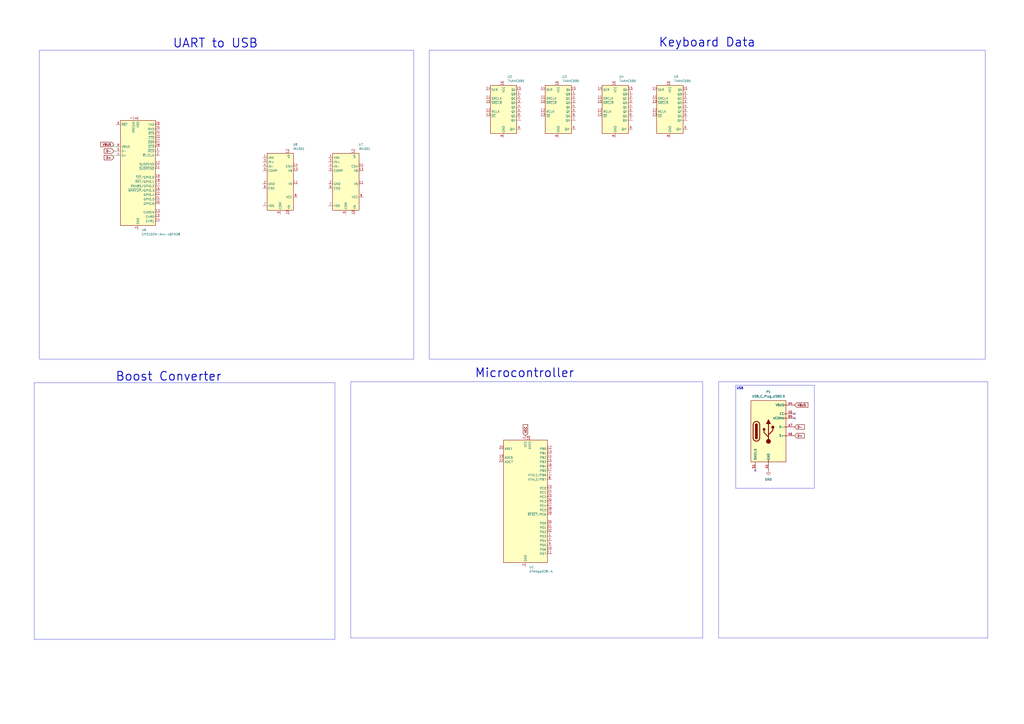
<source format=kicad_sch>
(kicad_sch (version 20231120) (generator "eeschema") (generator_version "8.0")
  (paper "A2")
  (lib_symbols
    (symbol "74xx:74AHC595"
      (property "Reference" "U" (at -7.62 13.97 0))
      (property "Value" "74AHC595" (at -7.62 -16.51 0))
      (symbol "74AHC595_1_0"
        (pin tri_state line (at 10.16 7.62 180) (length 2.54) (name "QB") (number "1"))
        (pin input line (at -10.16 2.54 0) (length 2.54) (name "~{SRCLR}") (number "10"))
        (pin input line (at -10.16 5.08 0) (length 2.54) (name "SRCLK") (number "11"))
        (pin input line (at -10.16 -2.54 0) (length 2.54) (name "RCLK") (number "12"))
        (pin input line (at -10.16 -5.08 0) (length 2.54) (name "~{OE}") (number "13"))
        (pin input line (at -10.16 10.16 0) (length 2.54) (name "SER") (number "14"))
        (pin tri_state line (at 10.16 10.16 180) (length 2.54) (name "QA") (number "15"))
        (pin power_in line (at 0 15.24 270) (length 2.54) (name "VCC") (number "16"))
        (pin tri_state line (at 10.16 5.08 180) (length 2.54) (name "QC") (number "2"))
        (pin tri_state line (at 10.16 2.54 180) (length 2.54) (name "QD") (number "3"))
        (pin tri_state line (at 10.16 0 180) (length 2.54) (name "QE") (number "4"))
        (pin tri_state line (at 10.16 -2.54 180) (length 2.54) (name "QF") (number "5"))
        (pin tri_state line (at 10.16 -5.08 180) (length 2.54) (name "QG") (number "6"))
        (pin tri_state line (at 10.16 -7.62 180) (length 2.54) (name "QH") (number "7"))
        (pin power_in line (at 0 -17.78 90) (length 2.54) (name "GND") (number "8"))
        (pin output line (at 10.16 -12.7 180) (length 2.54) (name "QH'") (number "9"))
      )
      (symbol "74AHC595_1_1"
        (rectangle (start -7.62 12.7) (end 7.62 -15.24) (stroke (width 0.254)) (fill (type background)))
      )
    )
    (symbol "Amplifier_Audio:IR4301"
      (property "Reference" "U" (at -7.62 20.955 0))
      (property "Value" "IR4301" (at -7.62 19.05 0))
      (symbol "IR4301_0_1"
        (rectangle (start -7.62 -15.24) (end 7.62 17.78) (stroke (width 0.254)) (fill (type background)))
      )
      (symbol "IR4301_1_1"
        (pin power_in line (at -10.16 15.24 0) (length 2.54) (name "VAA") (number "1"))
        (pin power_in line (at 5.08 -17.78 90) (length 2.54) (name "VN") (number "10"))
        (pin output line (at 10.16 0 180) (length 2.54) (name "VS") (number "11"))
        (pin power_in line (at 5.08 20.32 270) (length 2.54) (name "VP") (number "12"))
        (pin power_in line (at 10.16 7.62 180) (length 2.54) (name "VB") (number "13"))
        (pin passive line (at 10.16 10.16 180) (length 2.54) (name "CSH") (number "14"))
        (pin passive line (at 0 -17.78 90) (length 2.54) hide (name "COM") (number "15"))
        (pin power_in line (at -10.16 0 0) (length 2.54) (name "GND") (number "2"))
        (pin input line (at -10.16 12.7 0) (length 2.54) (name "IN+") (number "3"))
        (pin input line (at -10.16 10.16 0) (length 2.54) (name "IN-") (number "4"))
        (pin output line (at -10.16 7.62 0) (length 2.54) (name "COMP") (number "5"))
        (pin passive line (at -10.16 -2.54 0) (length 2.54) (name "CSD") (number "6"))
        (pin power_in line (at -10.16 -12.7 0) (length 2.54) (name "VSS") (number "7"))
        (pin power_in line (at 10.16 -7.62 180) (length 2.54) (name "VCC") (number "8"))
        (pin power_in line (at 0 -17.78 90) (length 2.54) (name "COM") (number "9"))
      )
    )
    (symbol "Connector:USB_C_Plug_USB2.0" (pin_names (offset 1.016))
      (property "Reference" "P" (at -10.16 19.05 0))
      (property "Value" "USB_C_Plug_USB2.0" (at 12.7 19.05 0))
      (symbol "USB_C_Plug_USB2.0_0_0"
        (rectangle (start -0.254 -17.78) (end 0.254 -16.764))
        (rectangle (start 10.16 -2.286) (end 9.144 -2.794))
        (rectangle (start 10.16 2.794) (end 9.144 2.286))
        (rectangle (start 10.16 7.874) (end 9.144 7.366))
        (rectangle (start 10.16 10.414) (end 9.144 9.906))
        (rectangle (start 10.16 15.494) (end 9.144 14.986))
      )
      (symbol "USB_C_Plug_USB2.0_0_1"
        (rectangle (start -10.16 17.78) (end 10.16 -17.78) (stroke (width 0.254)) (fill (type background)))
        (arc (start -8.89 -3.81) (mid -6.985 -5.7067) (end -5.08 -3.81) (stroke (width 0.508)))
        (arc (start -7.62 -3.81) (mid -6.985 -4.4423) (end -6.35 -3.81) (stroke (width 0.254)))
        (arc (start -7.62 -3.81) (mid -6.985 -4.4423) (end -6.35 -3.81) (stroke (width 0.254)) (fill (type outline)))
        (rectangle (start -7.62 -3.81) (end -6.35 3.81) (stroke (width 0.254)) (fill (type outline)))
        (arc (start -6.35 3.81) (mid -6.985 4.4423) (end -7.62 3.81) (stroke (width 0.254)))
        (arc (start -6.35 3.81) (mid -6.985 4.4423) (end -7.62 3.81) (stroke (width 0.254)) (fill (type outline)))
        (arc (start -5.08 3.81) (mid -6.985 5.7067) (end -8.89 3.81) (stroke (width 0.508)))
        (circle (center -2.54 1.143) (radius 0.635) (stroke (width 0.254)) (fill (type outline)))
        (circle (center 0 -5.842) (radius 1.27) (fill (type outline)))
        (polyline (pts (xy -8.89 -3.81) (xy -8.89 3.81)) (stroke (width 0.508)))
        (polyline (pts (xy -5.08 3.81) (xy -5.08 -3.81)) (stroke (width 0.508)))
        (polyline (pts (xy 0 -5.842) (xy 0 4.318)) (stroke (width 0.508)))
        (polyline (pts (xy 0 -3.302) (xy -2.54 -0.762) (xy -2.54 0.508)) (stroke (width 0.508)))
        (polyline (pts (xy 0 -2.032) (xy 2.54 0.508) (xy 2.54 1.778)) (stroke (width 0.508)))
        (polyline (pts (xy -1.27 4.318) (xy 0 6.858) (xy 1.27 4.318) (xy -1.27 4.318)) (stroke (width 0.254)) (fill (type outline)))
        (rectangle (start 1.905 1.778) (end 3.175 3.048) (stroke (width 0.254)) (fill (type outline)))
      )
      (symbol "USB_C_Plug_USB2.0_1_1"
        (pin passive line (at 0 -22.86 90) (length 5.08) (name "GND") (number "A1"))
        (pin passive line (at 0 -22.86 90) (length 5.08) hide (name "GND") (number "A12"))
        (pin passive line (at 15.24 15.24 180) (length 5.08) (name "VBUS") (number "A4"))
        (pin bidirectional line (at 15.24 10.16 180) (length 5.08) (name "CC") (number "A5"))
        (pin bidirectional line (at 15.24 -2.54 180) (length 5.08) (name "D+") (number "A6"))
        (pin bidirectional line (at 15.24 2.54 180) (length 5.08) (name "D-") (number "A7"))
        (pin passive line (at 15.24 15.24 180) (length 5.08) hide (name "VBUS") (number "A9"))
        (pin passive line (at 0 -22.86 90) (length 5.08) hide (name "GND") (number "B1"))
        (pin passive line (at 0 -22.86 90) (length 5.08) hide (name "GND") (number "B12"))
        (pin passive line (at 15.24 15.24 180) (length 5.08) hide (name "VBUS") (number "B4"))
        (pin bidirectional line (at 15.24 7.62 180) (length 5.08) (name "VCONN") (number "B5"))
        (pin passive line (at 15.24 15.24 180) (length 5.08) hide (name "VBUS") (number "B9"))
        (pin passive line (at -7.62 -22.86 90) (length 5.08) (name "SHIELD") (number "S1"))
      )
    )
    (symbol "Interface_USB:CP2102N-Axx-xQFN28"
      (property "Reference" "U" (at -8.89 31.75 0))
      (property "Value" "CP2102N-Axx-xQFN28" (at 12.7 31.75 0))
      (symbol "CP2102N-Axx-xQFN28_0_1"
        (rectangle (start -10.16 30.48) (end 10.16 -30.48) (stroke (width 0.254)) (fill (type background)))
      )
      (symbol "CP2102N-Axx-xQFN28_1_1"
        (pin input line (at 12.7 12.7 180) (length 2.54) (name "~{DCD}") (number "1"))
        (pin no_connect line (at -10.16 -27.94 0) (length 2.54) hide (name "NC") (number "10"))
        (pin output line (at 12.7 2.54 180) (length 2.54) (name "~{SUSPEND}") (number "11"))
        (pin output line (at 12.7 5.08 180) (length 2.54) (name "SUSPEND") (number "12"))
        (pin output line (at 12.7 -22.86 180) (length 2.54) (name "CHREN") (number "13"))
        (pin output line (at 12.7 -27.94 180) (length 2.54) (name "CHR1") (number "14"))
        (pin output line (at 12.7 -25.4 180) (length 2.54) (name "CHR0") (number "15"))
        (pin bidirectional line (at 12.7 -10.16 180) (length 2.54) (name "~{WAKEUP}/GPIO.3") (number "16"))
        (pin bidirectional line (at 12.7 -7.62 180) (length 2.54) (name "RS485/GPIO.2") (number "17"))
        (pin bidirectional line (at 12.7 -5.08 180) (length 2.54) (name "~{RXT}/GPIO.1") (number "18"))
        (pin bidirectional line (at 12.7 -2.54 180) (length 2.54) (name "~{TXT}/GPIO.0") (number "19"))
        (pin bidirectional line (at 12.7 10.16 180) (length 2.54) (name "~{RI}/CLK") (number "2"))
        (pin bidirectional line (at 12.7 -17.78 180) (length 2.54) (name "GPIO.6") (number "20"))
        (pin bidirectional line (at 12.7 -15.24 180) (length 2.54) (name "GPIO.5") (number "21"))
        (pin bidirectional line (at 12.7 -12.7 180) (length 2.54) (name "GPIO.4") (number "22"))
        (pin input line (at 12.7 20.32 180) (length 2.54) (name "~{CTS}") (number "23"))
        (pin output line (at 12.7 22.86 180) (length 2.54) (name "~{RTS}") (number "24"))
        (pin input line (at 12.7 25.4 180) (length 2.54) (name "RXD") (number "25"))
        (pin output line (at 12.7 27.94 180) (length 2.54) (name "TXD") (number "26"))
        (pin input line (at 12.7 17.78 180) (length 2.54) (name "~{DSR}") (number "27"))
        (pin output line (at 12.7 15.24 180) (length 2.54) (name "~{DTR}") (number "28"))
        (pin passive line (at 0 -33.02 90) (length 2.54) hide (name "GND") (number "29"))
        (pin power_in line (at 0 -33.02 90) (length 2.54) (name "GND") (number "3"))
        (pin bidirectional line (at -12.7 10.16 0) (length 2.54) (name "D+") (number "4"))
        (pin bidirectional line (at -12.7 12.7 0) (length 2.54) (name "D-") (number "5"))
        (pin power_in line (at 0 33.02 270) (length 2.54) (name "VDD") (number "6"))
        (pin power_in line (at -2.54 33.02 270) (length 2.54) (name "VREGIN") (number "7"))
        (pin input line (at -12.7 15.24 0) (length 2.54) (name "VBUS") (number "8"))
        (pin input line (at -12.7 27.94 0) (length 2.54) (name "~{RST}") (number "9"))
      )
    )
    (symbol "MCU_Microchip_ATmega:ATmega328-A"
      (property "Reference" "U" (at -12.7 36.83 0))
      (property "Value" "ATmega328-A" (at 2.54 -36.83 0))
      (symbol "ATmega328-A_0_1"
        (rectangle (start -12.7 -35.56) (end 12.7 35.56) (stroke (width 0.254)) (fill (type background)))
      )
      (symbol "ATmega328-A_1_1"
        (pin bidirectional line (at 15.24 -20.32 180) (length 2.54) (name "PD3") (number "1"))
        (pin bidirectional line (at 15.24 -27.94 180) (length 2.54) (name "PD6") (number "10"))
        (pin bidirectional line (at 15.24 -30.48 180) (length 2.54) (name "PD7") (number "11"))
        (pin bidirectional line (at 15.24 30.48 180) (length 2.54) (name "PB0") (number "12"))
        (pin bidirectional line (at 15.24 27.94 180) (length 2.54) (name "PB1") (number "13"))
        (pin bidirectional line (at 15.24 25.4 180) (length 2.54) (name "PB2") (number "14"))
        (pin bidirectional line (at 15.24 22.86 180) (length 2.54) (name "PB3") (number "15"))
        (pin bidirectional line (at 15.24 20.32 180) (length 2.54) (name "PB4") (number "16"))
        (pin bidirectional line (at 15.24 17.78 180) (length 2.54) (name "PB5") (number "17"))
        (pin power_in line (at 2.54 38.1 270) (length 2.54) (name "AVCC") (number "18"))
        (pin input line (at -15.24 25.4 0) (length 2.54) (name "ADC6") (number "19"))
        (pin bidirectional line (at 15.24 -22.86 180) (length 2.54) (name "PD4") (number "2"))
        (pin passive line (at -15.24 30.48 0) (length 2.54) (name "AREF") (number "20"))
        (pin passive line (at 0 -38.1 90) (length 2.54) hide (name "GND") (number "21"))
        (pin input line (at -15.24 22.86 0) (length 2.54) (name "ADC7") (number "22"))
        (pin bidirectional line (at 15.24 7.62 180) (length 2.54) (name "PC0") (number "23"))
        (pin bidirectional line (at 15.24 5.08 180) (length 2.54) (name "PC1") (number "24"))
        (pin bidirectional line (at 15.24 2.54 180) (length 2.54) (name "PC2") (number "25"))
        (pin bidirectional line (at 15.24 0 180) (length 2.54) (name "PC3") (number "26"))
        (pin bidirectional line (at 15.24 -2.54 180) (length 2.54) (name "PC4") (number "27"))
        (pin bidirectional line (at 15.24 -5.08 180) (length 2.54) (name "PC5") (number "28"))
        (pin bidirectional line (at 15.24 -7.62 180) (length 2.54) (name "~{RESET}/PC6") (number "29"))
        (pin power_in line (at 0 -38.1 90) (length 2.54) (name "GND") (number "3"))
        (pin bidirectional line (at 15.24 -12.7 180) (length 2.54) (name "PD0") (number "30"))
        (pin bidirectional line (at 15.24 -15.24 180) (length 2.54) (name "PD1") (number "31"))
        (pin bidirectional line (at 15.24 -17.78 180) (length 2.54) (name "PD2") (number "32"))
        (pin power_in line (at 0 38.1 270) (length 2.54) (name "VCC") (number "4"))
        (pin passive line (at 0 -38.1 90) (length 2.54) hide (name "GND") (number "5"))
        (pin passive line (at 0 38.1 270) (length 2.54) hide (name "VCC") (number "6"))
        (pin bidirectional line (at 15.24 15.24 180) (length 2.54) (name "XTAL1/PB6") (number "7"))
        (pin bidirectional line (at 15.24 12.7 180) (length 2.54) (name "XTAL2/PB7") (number "8"))
        (pin bidirectional line (at 15.24 -25.4 180) (length 2.54) (name "PD5") (number "9"))
      )
    )
    (symbol "power:GND" (power) (pin_numbers hide) (pin_names (offset 0) hide)
      (property "Value" "GND" (at 0 -3.81 0))
      (symbol "GND_0_1"
        (polyline (pts (xy 0 0) (xy 0 -1.27) (xy 1.27 -1.27) (xy 0 -2.54) (xy -1.27 -1.27) (xy 0 -1.27)))
      )
      (symbol "GND_1_1"
        (pin power_in line (at 0 0 270) (length 0) (name "~") (number "1"))
      )
    )
  )
  (no_connect (at 461.01 240.03))
  (no_connect (at 438.15 273.05))
  (no_connect (at 461.01 242.57))
  (wire (pts (xy 66.04 90.17) (xy 67.31 90.17)))
  (wire (pts (xy 66.04 85.09) (xy 67.31 85.09)))
  (wire (pts (xy 66.04 91.44) (xy 66.04 90.17)))
  (wire (pts (xy 66.04 87.63) (xy 67.31 87.63)))
  (wire (pts (xy 66.04 83.82) (xy 66.04 85.09)))
  (rectangle (start 203.454 221.488) (end 407.67 370.078))
  (rectangle (start 416.814 221.488) (end 573.024 370.078))
  (rectangle (start 22.86 29.21) (end 240.03 208.28))
  (rectangle (start 426.72 223.52) (end 472.44 283.21))
  (rectangle (start 19.812 221.996) (end 194.31 370.84))
  (rectangle (start 248.92 29.21) (end 571.5 208.28))
  (text "UART to USB" (at 124.968 25.146 0) (effects (font (size 5.08 5.08) (thickness 0.508) (bold yes))))
  (text "USB" (at 429.26 225.298 0) (effects (font (size 1.27 1.27) (thickness 0.254) (bold yes))))
  (text "Microcontroller" (at 304.292 216.408 0) (effects (font (size 5.08 5.08) (thickness 0.508) (bold yes))))
  (text "Boost Converter" (at 97.79 218.44 0) (effects (font (size 5.08 5.08) (thickness 0.508) (bold yes))))
  (text "Keyboard Data" (at 410.21 24.638 0) (effects (font (size 5.08 5.08) (thickness 0.508) (bold yes))))
  (global_label "D+" (shape input) (at 66.04 91.44 180) (effects (font (thickness 0.254) (bold yes))) (property "Intersheetrefs" "${INTERSHEET_REFS}" (effects (hide yes))))
  (global_label "D-" (shape input) (at 66.04 87.63 180) (effects (font (thickness 0.254) (bold yes))) (property "Intersheetrefs" "${INTERSHEET_REFS}" (effects (hide yes))))
  (global_label "VBUS" (shape input) (at 461.01 234.95 0) (effects (font (thickness 0.254) (bold yes))) (property "Intersheetrefs" "${INTERSHEET_REFS}" (effects (hide yes))))
  (global_label "VBUS" (shape input) (at 66.04 83.82 180) (effects (font (thickness 0.254) (bold yes))) (property "Intersheetrefs" "${INTERSHEET_REFS}" (effects (hide yes))))
  (global_label "D-" (shape input) (at 461.01 247.65 0) (effects (font (thickness 0.254) (bold yes))) (property "Intersheetrefs" "${INTERSHEET_REFS}" (effects (hide yes))))
  (global_label "VCC" (shape input) (at 304.8 252.73 90) (effects (font (thickness 0.254) (bold yes))) (property "Intersheetrefs" "${INTERSHEET_REFS}" (effects (hide yes))))
  (global_label "D+" (shape input) (at 461.01 252.73 0) (effects (font (thickness 0.254) (bold yes))) (property "Intersheetrefs" "${INTERSHEET_REFS}" (effects (hide yes))))
  (symbol (lib_id "MCU_Microchip_ATmega:ATmega328-A") (at 304.8 290.83 0) (unit 1)
    (property "Reference" "U1" (at 306.9941 328.93 0) (effects (justify left)))
    (property "Value" "ATmega328-A" (at 306.9941 331.47 0) (effects (justify left)))
    (property "Footprint" "Package_QFP:TQFP-32_7x7mm_P0.8mm" (effects (hide yes)))
    (property "Datasheet" "http://ww1.microchip.com/downloads/en/DeviceDoc/ATmega328_P%20AVR%20MCU%20with%20picoPower%20Technology%20Data%20Sheet%2040001984A.pdf" (effects (hide yes)))
    (property "Description" "20MHz, 32kB Flash, 2kB SRAM, 1kB EEPROM, TQFP-32" (effects (hide yes)))
  )
  (symbol (lib_id "74xx:74AHC595") (at 356.87 62.23 0) (unit 1)
    (property "Reference" "U4" (at 359.0641 44.45 0) (effects (justify left)))
    (property "Value" "74AHC595" (at 359.0641 46.99 0) (effects (justify left)))
    (property "Datasheet" "https://assets.nexperia.com/documents/data-sheet/74AHC_AHCT595.pdf" (effects (hide yes)))
    (property "Description" "8-bit serial in/out Shift Register 3-State Outputs" (effects (hide yes)))
  )
  (symbol (lib_id "Connector:USB_C_Plug_USB2.0") (at 445.77 250.19 0) (unit 1)
    (property "Reference" "P1" (at 445.77 227.33 0))
    (property "Value" "USB_C_Plug_USB2.0" (at 445.77 229.87 0))
    (property "Datasheet" "https://www.usb.org/sites/default/files/documents/usb_type-c.zip" (effects (hide yes)))
    (property "Description" "USB 2.0-only Type-C Plug connector" (effects (hide yes)))
  )
  (symbol (lib_id "power:GND") (at 445.77 273.05 0) (unit 1)
    (property "Reference" "#PWR01" (effects (hide yes)))
    (property "Value" "GND" (at 445.77 278.13 0))
    (property "Description" "Power symbol creates a global label with name \"GND\" , ground" (effects (hide yes)))
  )
  (symbol (lib_id "74xx:74AHC595") (at 292.1 62.23 0) (unit 1)
    (property "Reference" "U2" (at 294.2941 44.45 0) (effects (justify left)))
    (property "Value" "74AHC595" (at 294.2941 46.99 0) (effects (justify left)))
    (property "Datasheet" "https://assets.nexperia.com/documents/data-sheet/74AHC_AHCT595.pdf" (effects (hide yes)))
    (property "Description" "8-bit serial in/out Shift Register 3-State Outputs" (effects (hide yes)))
  )
  (symbol (lib_id "Amplifier_Audio:IR4301") (at 162.56 106.68 0) (unit 1)
    (property "Reference" "U8" (at 169.8341 83.82 0) (effects (justify left)))
    (property "Value" "IR4301" (at 169.8341 86.36 0) (effects (justify left)))
    (property "Footprint" "Package_DFN_QFN:Infineon_PQFN-22-15-4EP_6x5mm_P0.65mm" (effects (hide yes)))
    (property "Datasheet" "https://www.infineon.com/dgdl/ir4301.pdf?fileId=5546d462533600a4015355d5fc691819" (effects (hide yes)))
    (property "Description" "PowIRaudio Integrated Analog Input Class D Audio Amplifier, 160W/4ohm, 80V, PQFN-22" (effects (hide yes)))
  )
  (symbol (lib_id "74xx:74AHC595") (at 388.62 62.23 0) (unit 1)
    (property "Reference" "U5" (at 390.8141 44.45 0) (effects (justify left)))
    (property "Value" "74AHC595" (at 390.8141 46.99 0) (effects (justify left)))
    (property "Datasheet" "https://assets.nexperia.com/documents/data-sheet/74AHC_AHCT595.pdf" (effects (hide yes)))
    (property "Description" "8-bit serial in/out Shift Register 3-State Outputs" (effects (hide yes)))
  )
  (symbol (lib_id "Interface_USB:CP2102N-Axx-xQFN28") (at 80.01 100.33 0) (unit 1)
    (property "Reference" "U6" (at 82.2041 133.35 0) (effects (justify left)))
    (property "Value" "CP2102N-Axx-xQFN28" (at 82.2041 135.89 0) (effects (justify left)))
    (property "Footprint" "Package_DFN_QFN:QFN-28-1EP_5x5mm_P0.5mm_EP3.35x3.35mm" (effects (hide yes)))
    (property "Datasheet" "https://www.silabs.com/documents/public/data-sheets/cp2102n-datasheet.pdf" (effects (hide yes)))
    (property "Description" "USB to UART master bridge, QFN-28" (effects (hide yes)))
  )
  (symbol (lib_id "74xx:74AHC595") (at 323.85 62.23 0) (unit 1)
    (property "Reference" "U3" (at 326.0441 44.45 0) (effects (justify left)))
    (property "Value" "74AHC595" (at 326.0441 46.99 0) (effects (justify left)))
    (property "Datasheet" "https://assets.nexperia.com/documents/data-sheet/74AHC_AHCT595.pdf" (effects (hide yes)))
    (property "Description" "8-bit serial in/out Shift Register 3-State Outputs" (effects (hide yes)))
  )
  (symbol (lib_id "Amplifier_Audio:IR4301") (at 200.66 106.68 0) (unit 1)
    (property "Reference" "U7" (at 207.9341 83.82 0) (effects (justify left)))
    (property "Value" "IR4301" (at 207.9341 86.36 0) (effects (justify left)))
    (property "Footprint" "Package_DFN_QFN:Infineon_PQFN-22-15-4EP_6x5mm_P0.65mm" (effects (hide yes)))
    (property "Datasheet" "https://www.infineon.com/dgdl/ir4301.pdf?fileId=5546d462533600a4015355d5fc691819" (effects (hide yes)))
    (property "Description" "PowIRaudio Integrated Analog Input Class D Audio Amplifier, 160W/4ohm, 80V, PQFN-22" (effects (hide yes)))
  )
)
</source>
